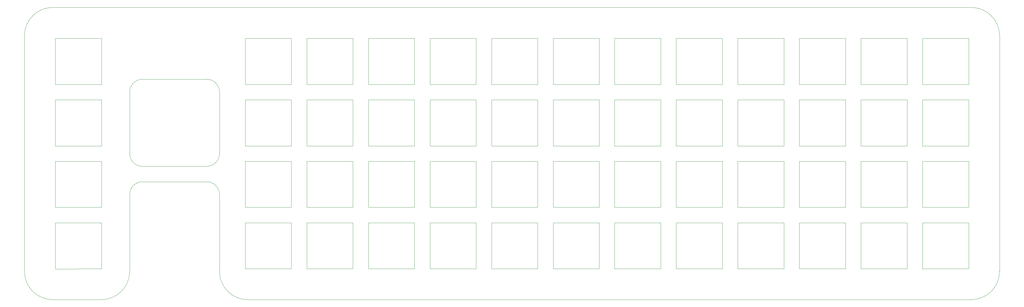
<source format=gm1>
%TF.GenerationSoftware,KiCad,Pcbnew,5.1.6*%
%TF.CreationDate,2020-06-23T07:05:39+02:00*%
%TF.ProjectId,plate,706c6174-652e-46b6-9963-61645f706362,rev?*%
%TF.SameCoordinates,Original*%
%TF.FileFunction,Profile,NP*%
%FSLAX46Y46*%
G04 Gerber Fmt 4.6, Leading zero omitted, Abs format (unit mm)*
G04 Created by KiCad (PCBNEW 5.1.6) date 2020-06-23 07:05:39*
%MOMM*%
%LPD*%
G01*
G04 APERTURE LIST*
%TA.AperFunction,Profile*%
%ADD10C,0.050000*%
%TD*%
G04 APERTURE END LIST*
D10*
X348434300Y-116673900D02*
X124610900Y-116673900D01*
X64289700Y-116673900D02*
X79370000Y-116673900D01*
X88100700Y-84132200D02*
X88100700Y-107943200D01*
X115880200Y-84132200D02*
X115880200Y-107943200D01*
X124610900Y-116673900D02*
G75*
G02*
X115880200Y-107943200I0J8730700D01*
G01*
X88100700Y-107943200D02*
G75*
G02*
X79370000Y-116673900I-8730700J0D01*
G01*
X252396600Y-92862900D02*
X252396600Y-107149500D01*
X238110000Y-107149500D02*
X238110000Y-92862900D01*
X214299000Y-107149500D02*
X200012400Y-107149500D01*
X271445400Y-107149500D02*
X257158800Y-107149500D01*
X233347800Y-92862900D02*
X233347800Y-107149500D01*
X271445400Y-92862900D02*
X271445400Y-107149500D01*
X257158800Y-92862900D02*
X271445400Y-92862900D01*
X233347800Y-107149500D02*
X219061200Y-107149500D01*
X309543000Y-92862900D02*
X309543000Y-107149500D01*
X290494200Y-92862900D02*
X290494200Y-107149500D01*
X214299000Y-92862900D02*
X214299000Y-107149500D01*
X180963600Y-92862900D02*
X195250200Y-92862900D01*
X157152600Y-107149500D02*
X142866000Y-107149500D01*
X219061200Y-92862900D02*
X233347800Y-92862900D01*
X123817200Y-92862900D02*
X138103800Y-92862900D01*
X142866000Y-92862900D02*
X157152600Y-92862900D01*
X176201400Y-107149500D02*
X161914800Y-107149500D01*
X276207600Y-92862900D02*
X290494200Y-92862900D01*
X309543000Y-107149500D02*
X295256400Y-107149500D01*
X195250200Y-92862900D02*
X195250200Y-107149500D01*
X290494200Y-107149500D02*
X276207600Y-107149500D01*
X180963600Y-107149500D02*
X180963600Y-92862900D01*
X333354000Y-107149500D02*
X333354000Y-92862900D01*
X347640600Y-92862900D02*
X347640600Y-107149500D01*
X328591800Y-107149500D02*
X314305200Y-107149500D01*
X200012400Y-92862900D02*
X214299000Y-92862900D01*
X257158800Y-92862900D02*
X257158800Y-107149500D01*
X123817200Y-107149500D02*
X123817200Y-92862900D01*
X314305200Y-107149500D02*
X314305200Y-92862900D01*
X295256400Y-107149500D02*
X295256400Y-92862900D01*
X161914800Y-92862900D02*
X176201400Y-92862900D01*
X295256400Y-92862900D02*
X309543000Y-92862900D01*
X161914800Y-107149500D02*
X161914800Y-92862900D01*
X347640600Y-107149500D02*
X333354000Y-107149500D01*
X314305200Y-92862900D02*
X328591800Y-92862900D01*
X200012400Y-107149500D02*
X200012400Y-92862900D01*
X142866000Y-107149500D02*
X142866000Y-92862900D01*
X157152600Y-92862900D02*
X157152600Y-107149500D01*
X195250200Y-107149500D02*
X180963600Y-107149500D01*
X328591800Y-92862900D02*
X328591800Y-107149500D01*
X138103800Y-92862900D02*
X138103800Y-107149500D01*
X333354000Y-92862900D02*
X347640600Y-92862900D01*
X238110000Y-92862900D02*
X252396600Y-92862900D01*
X252396600Y-107149500D02*
X238110000Y-107149500D01*
X219061200Y-107149500D02*
X219061200Y-92862900D01*
X138103800Y-107149500D02*
X123817200Y-107149500D01*
X176201400Y-92862900D02*
X176201400Y-107149500D01*
X276207600Y-107149500D02*
X276207600Y-92862900D01*
X295256400Y-50003100D02*
X295256400Y-35716500D01*
X180963600Y-50003100D02*
X180963600Y-35716500D01*
X276207600Y-35716500D02*
X290494200Y-35716500D01*
X333354000Y-50003100D02*
X333354000Y-35716500D01*
X233347800Y-50003100D02*
X219061200Y-50003100D01*
X161914800Y-35716500D02*
X176201400Y-35716500D01*
X195250200Y-50003100D02*
X180963600Y-50003100D01*
X309543000Y-50003100D02*
X295256400Y-50003100D01*
X238110000Y-35716500D02*
X252396600Y-35716500D01*
X200012400Y-35716500D02*
X214299000Y-35716500D01*
X200012400Y-50003100D02*
X200012400Y-35716500D01*
X271445400Y-35716500D02*
X271445400Y-50003100D01*
X142866000Y-50003100D02*
X142866000Y-35716500D01*
X176201400Y-50003100D02*
X161914800Y-50003100D01*
X219061200Y-50003100D02*
X219061200Y-35716500D01*
X138103800Y-50003100D02*
X123817200Y-50003100D01*
X295256400Y-35716500D02*
X309543000Y-35716500D01*
X252396600Y-35716500D02*
X252396600Y-50003100D01*
X233347800Y-35716500D02*
X233347800Y-50003100D01*
X257158800Y-35716500D02*
X271445400Y-35716500D01*
X176201400Y-35716500D02*
X176201400Y-50003100D01*
X347640600Y-50003100D02*
X333354000Y-50003100D01*
X328591800Y-35716500D02*
X328591800Y-50003100D01*
X214299000Y-35716500D02*
X214299000Y-50003100D01*
X161914800Y-50003100D02*
X161914800Y-35716500D01*
X214299000Y-50003100D02*
X200012400Y-50003100D01*
X252396600Y-50003100D02*
X238110000Y-50003100D01*
X257158800Y-35716500D02*
X257158800Y-50003100D01*
X195250200Y-35716500D02*
X195250200Y-50003100D01*
X142866000Y-35716500D02*
X157152600Y-35716500D01*
X309543000Y-35716500D02*
X309543000Y-50003100D01*
X138103800Y-35716500D02*
X138103800Y-50003100D01*
X157152600Y-50003100D02*
X142866000Y-50003100D01*
X271445400Y-50003100D02*
X257158800Y-50003100D01*
X347640600Y-35716500D02*
X347640600Y-50003100D01*
X219061200Y-35716500D02*
X233347800Y-35716500D01*
X123817200Y-50003100D02*
X123817200Y-35716500D01*
X180963600Y-35716500D02*
X195250200Y-35716500D01*
X333354000Y-35716500D02*
X347640600Y-35716500D01*
X157152600Y-35716500D02*
X157152600Y-50003100D01*
X276207600Y-50003100D02*
X276207600Y-35716500D01*
X314305200Y-35716500D02*
X328591800Y-35716500D01*
X238110000Y-50003100D02*
X238110000Y-35716500D01*
X123817200Y-35716500D02*
X138103800Y-35716500D01*
X314305200Y-50003100D02*
X314305200Y-35716500D01*
X290494200Y-35716500D02*
X290494200Y-50003100D01*
X290494200Y-50003100D02*
X276207600Y-50003100D01*
X328591800Y-50003100D02*
X314305200Y-50003100D01*
X180963600Y-88100700D02*
X180963600Y-73814100D01*
X195250200Y-73814100D02*
X195250200Y-88100700D01*
X195250200Y-88100700D02*
X180963600Y-88100700D01*
X180963600Y-73814100D02*
X195250200Y-73814100D01*
X252396600Y-88100700D02*
X238110000Y-88100700D01*
X328591800Y-88100700D02*
X314305200Y-88100700D01*
X233347800Y-88100700D02*
X219061200Y-88100700D01*
X214299000Y-88100700D02*
X200012400Y-88100700D01*
X309543000Y-88100700D02*
X295256400Y-88100700D01*
X271445400Y-88100700D02*
X257158800Y-88100700D01*
X290494200Y-88100700D02*
X276207600Y-88100700D01*
X123817200Y-73814100D02*
X138103800Y-73814100D01*
X157152600Y-73814100D02*
X157152600Y-88100700D01*
X123817200Y-88100700D02*
X123817200Y-73814100D01*
X157152600Y-88100700D02*
X142866000Y-88100700D01*
X138103800Y-73814100D02*
X138103800Y-88100700D01*
X142866000Y-73814100D02*
X157152600Y-73814100D01*
X161914800Y-88100700D02*
X161914800Y-73814100D01*
X176201400Y-73814100D02*
X176201400Y-88100700D01*
X138103800Y-88100700D02*
X123817200Y-88100700D01*
X176201400Y-88100700D02*
X161914800Y-88100700D01*
X142866000Y-88100700D02*
X142866000Y-73814100D01*
X161914800Y-73814100D02*
X176201400Y-73814100D01*
X290494200Y-73814100D02*
X290494200Y-88100700D01*
X314305200Y-88100700D02*
X314305200Y-73814100D01*
X238110000Y-88100700D02*
X238110000Y-73814100D01*
X314305200Y-73814100D02*
X328591800Y-73814100D01*
X276207600Y-88100700D02*
X276207600Y-73814100D01*
X333354000Y-73814100D02*
X347640600Y-73814100D01*
X219061200Y-73814100D02*
X233347800Y-73814100D01*
X347640600Y-73814100D02*
X347640600Y-88100700D01*
X309543000Y-73814100D02*
X309543000Y-88100700D01*
X257158800Y-73814100D02*
X257158800Y-88100700D01*
X214299000Y-73814100D02*
X214299000Y-88100700D01*
X328591800Y-73814100D02*
X328591800Y-88100700D01*
X347640600Y-88100700D02*
X333354000Y-88100700D01*
X257158800Y-73814100D02*
X271445400Y-73814100D01*
X233347800Y-73814100D02*
X233347800Y-88100700D01*
X252396600Y-73814100D02*
X252396600Y-88100700D01*
X295256400Y-73814100D02*
X309543000Y-73814100D01*
X219061200Y-88100700D02*
X219061200Y-73814100D01*
X271445400Y-73814100D02*
X271445400Y-88100700D01*
X200012400Y-88100700D02*
X200012400Y-73814100D01*
X200012400Y-73814100D02*
X214299000Y-73814100D01*
X238110000Y-73814100D02*
X252396600Y-73814100D01*
X333354000Y-88100700D02*
X333354000Y-73814100D01*
X276207600Y-73814100D02*
X290494200Y-73814100D01*
X295256400Y-88100700D02*
X295256400Y-73814100D01*
X328591800Y-69051900D02*
X314305200Y-69051900D01*
X290494200Y-69051900D02*
X276207600Y-69051900D01*
X290494200Y-54765300D02*
X290494200Y-69051900D01*
X314305200Y-69051900D02*
X314305200Y-54765300D01*
X238110000Y-69051900D02*
X238110000Y-54765300D01*
X314305200Y-54765300D02*
X328591800Y-54765300D01*
X276207600Y-69051900D02*
X276207600Y-54765300D01*
X333354000Y-54765300D02*
X347640600Y-54765300D01*
X219061200Y-54765300D02*
X233347800Y-54765300D01*
X347640600Y-54765300D02*
X347640600Y-69051900D01*
X271445400Y-69051900D02*
X257158800Y-69051900D01*
X309543000Y-54765300D02*
X309543000Y-69051900D01*
X257158800Y-54765300D02*
X257158800Y-69051900D01*
X252396600Y-69051900D02*
X238110000Y-69051900D01*
X214299000Y-69051900D02*
X200012400Y-69051900D01*
X214299000Y-54765300D02*
X214299000Y-69051900D01*
X328591800Y-54765300D02*
X328591800Y-69051900D01*
X347640600Y-69051900D02*
X333354000Y-69051900D01*
X257158800Y-54765300D02*
X271445400Y-54765300D01*
X233347800Y-54765300D02*
X233347800Y-69051900D01*
X252396600Y-54765300D02*
X252396600Y-69051900D01*
X295256400Y-54765300D02*
X309543000Y-54765300D01*
X219061200Y-69051900D02*
X219061200Y-54765300D01*
X271445400Y-54765300D02*
X271445400Y-69051900D01*
X200012400Y-69051900D02*
X200012400Y-54765300D01*
X200012400Y-54765300D02*
X214299000Y-54765300D01*
X238110000Y-54765300D02*
X252396600Y-54765300D01*
X309543000Y-69051900D02*
X295256400Y-69051900D01*
X233347800Y-69051900D02*
X219061200Y-69051900D01*
X333354000Y-69051900D02*
X333354000Y-54765300D01*
X276207600Y-54765300D02*
X290494200Y-54765300D01*
X295256400Y-69051900D02*
X295256400Y-54765300D01*
X195250200Y-54765300D02*
X195250200Y-69051900D01*
X195250200Y-69051900D02*
X180963600Y-69051900D01*
X180963600Y-54765300D02*
X195250200Y-54765300D01*
X180963600Y-69051900D02*
X180963600Y-54765300D01*
X176201400Y-54765300D02*
X176201400Y-69051900D01*
X176201400Y-69051900D02*
X161914800Y-69051900D01*
X161914800Y-54765300D02*
X176201400Y-54765300D01*
X161914800Y-69051900D02*
X161914800Y-54765300D01*
X157152600Y-54765300D02*
X157152600Y-69051900D01*
X157152600Y-69051900D02*
X142866000Y-69051900D01*
X142866000Y-54765300D02*
X157152600Y-54765300D01*
X142866000Y-69051900D02*
X142866000Y-54765300D01*
X123817200Y-54765300D02*
X124610900Y-54765300D01*
X123817200Y-69051900D02*
X123817200Y-54765300D01*
X138103800Y-69051900D02*
X123817200Y-69051900D01*
X138103800Y-54765300D02*
X138103800Y-69051900D01*
X124610900Y-54765300D02*
X138103800Y-54765300D01*
X55559000Y-34922800D02*
X55559000Y-107943200D01*
X348434300Y-26192100D02*
X64289700Y-26192100D01*
X357165000Y-107943200D02*
X357165000Y-34922800D01*
X357165000Y-107943200D02*
G75*
G02*
X348434300Y-116673900I-8730700J0D01*
G01*
X348434300Y-26192100D02*
G75*
G02*
X357165000Y-34922800I0J-8730700D01*
G01*
X55559000Y-34922800D02*
G75*
G02*
X64289700Y-26192100I8730700J0D01*
G01*
X64289700Y-116673900D02*
G75*
G02*
X55559000Y-107943200I0J8730700D01*
G01*
X65083400Y-92862900D02*
X65087500Y-107156250D01*
X79370000Y-107149500D02*
X65087500Y-107156250D01*
X79370000Y-92862900D02*
X79370000Y-107149500D01*
X65083400Y-92862900D02*
X79370000Y-92862900D01*
X65083400Y-88100700D02*
X65083400Y-73814100D01*
X79370000Y-88100700D02*
X65083400Y-88100700D01*
X79370000Y-73814100D02*
X79370000Y-88100700D01*
X65083400Y-73814100D02*
X79370000Y-73814100D01*
X65083400Y-69051900D02*
X65083400Y-54765300D01*
X79370000Y-69051900D02*
X65083400Y-69051900D01*
X79370000Y-54765300D02*
X79370000Y-69051900D01*
X65083400Y-54765300D02*
X79370000Y-54765300D01*
X92069200Y-80163700D02*
X111911700Y-80163700D01*
X111911700Y-75401500D02*
X92069200Y-75401500D01*
X115880200Y-52384200D02*
X115880200Y-71433000D01*
X92069200Y-48415700D02*
X111911700Y-48415700D01*
X88100700Y-71433000D02*
X88100700Y-52384200D01*
X88100700Y-52384200D02*
G75*
G02*
X92069200Y-48415700I3968500J0D01*
G01*
X111911700Y-48415700D02*
G75*
G02*
X115880200Y-52384200I0J-3968500D01*
G01*
X115880200Y-71433000D02*
G75*
G02*
X111911700Y-75401500I-3968500J0D01*
G01*
X92069200Y-75401500D02*
G75*
G02*
X88100700Y-71433000I0J3968500D01*
G01*
X111911700Y-80163700D02*
G75*
G02*
X115880200Y-84132200I0J-3968500D01*
G01*
X88100700Y-84132200D02*
G75*
G02*
X92069200Y-80163700I3968500J0D01*
G01*
X65083400Y-50003100D02*
X65087500Y-35718750D01*
X79370000Y-50003100D02*
X65083400Y-50003100D01*
X79370000Y-35716500D02*
X79370000Y-50003100D01*
X65087500Y-35718750D02*
X79370000Y-35716500D01*
M02*

</source>
